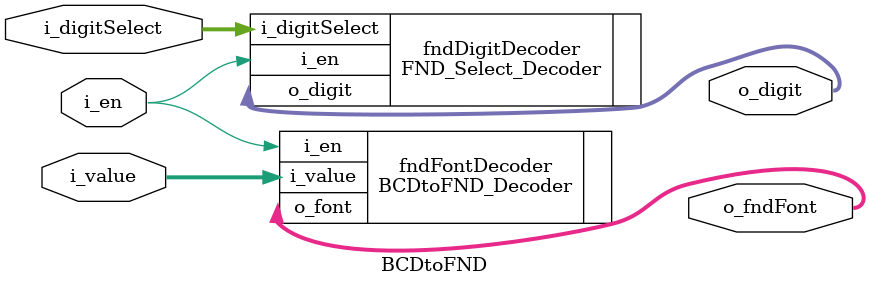
<source format=v>
`timescale 1ns / 1ps

module BCDtoFND(
    input [1:0] i_digitSelect,
    input [3:0] i_value,
    input i_en,
    output [3:0] o_digit,
    output [7:0] o_fndFont
    );

    FND_Select_Decoder fndDigitDecoder(
        .i_digitSelect(i_digitSelect),
        .i_en(i_en),
        .o_digit(o_digit)
    );

    BCDtoFND_Decoder fndFontDecoder(
    .i_value(i_value),
    .i_en(i_en),
    .o_font(o_fndFont)
    );

endmodule


</source>
